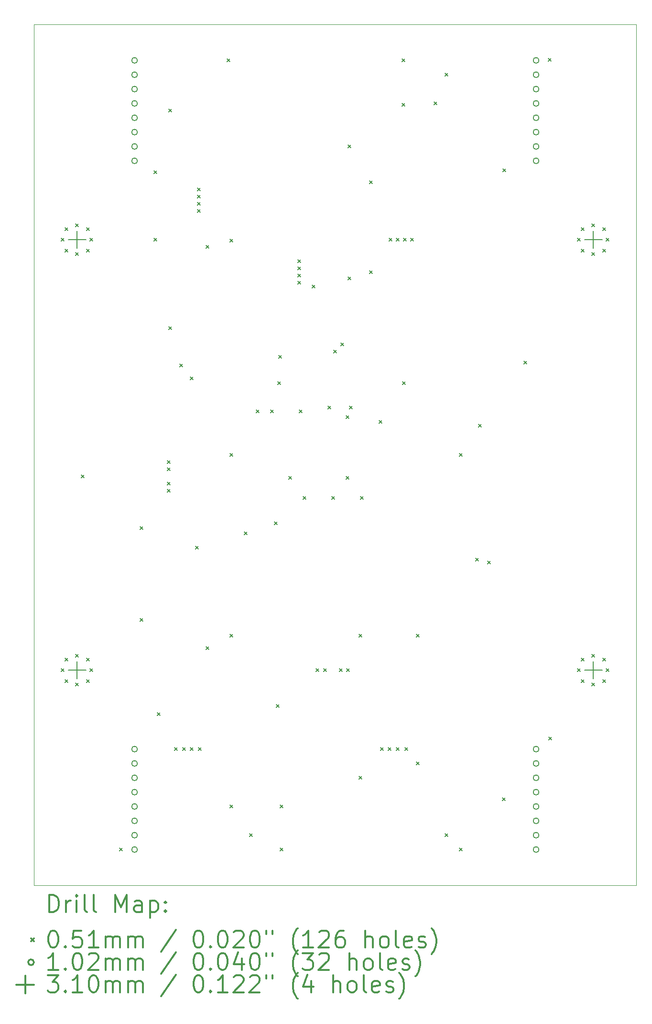
<source format=gbr>
%FSLAX45Y45*%
G04 Gerber Fmt 4.5, Leading zero omitted, Abs format (unit mm)*
G04 Created by KiCad (PCBNEW (2015-01-16 BZR 5376)-product) date 3/22/2015 17:45:10*
%MOMM*%
G01*
G04 APERTURE LIST*
%ADD10C,0.127000*%
%ADD11C,0.100000*%
%ADD12C,0.200000*%
%ADD13C,0.300000*%
G04 APERTURE END LIST*
D10*
D11*
X10668000Y0D02*
X0Y0D01*
X10668000Y15240000D02*
X10668000Y0D01*
X0Y15240000D02*
X10668000Y15240000D01*
X0Y0D02*
X0Y15240000D01*
D12*
X482600Y11455400D02*
X533400Y11404600D01*
X533400Y11455400D02*
X482600Y11404600D01*
X482600Y3835400D02*
X533400Y3784600D01*
X533400Y3835400D02*
X482600Y3784600D01*
X546100Y11645900D02*
X596900Y11595100D01*
X596900Y11645900D02*
X546100Y11595100D01*
X546100Y11264900D02*
X596900Y11214100D01*
X596900Y11264900D02*
X546100Y11214100D01*
X546100Y4025900D02*
X596900Y3975100D01*
X596900Y4025900D02*
X546100Y3975100D01*
X546100Y3644900D02*
X596900Y3594100D01*
X596900Y3644900D02*
X546100Y3594100D01*
X736600Y11709400D02*
X787400Y11658600D01*
X787400Y11709400D02*
X736600Y11658600D01*
X736600Y11201400D02*
X787400Y11150600D01*
X787400Y11201400D02*
X736600Y11150600D01*
X736600Y4089400D02*
X787400Y4038600D01*
X787400Y4089400D02*
X736600Y4038600D01*
X736600Y3581400D02*
X787400Y3530600D01*
X787400Y3581400D02*
X736600Y3530600D01*
X838200Y7264400D02*
X889000Y7213600D01*
X889000Y7264400D02*
X838200Y7213600D01*
X927100Y11645900D02*
X977900Y11595100D01*
X977900Y11645900D02*
X927100Y11595100D01*
X927100Y11264900D02*
X977900Y11214100D01*
X977900Y11264900D02*
X927100Y11214100D01*
X927100Y4025900D02*
X977900Y3975100D01*
X977900Y4025900D02*
X927100Y3975100D01*
X927100Y3644900D02*
X977900Y3594100D01*
X977900Y3644900D02*
X927100Y3594100D01*
X990600Y11455400D02*
X1041400Y11404600D01*
X1041400Y11455400D02*
X990600Y11404600D01*
X990600Y3835400D02*
X1041400Y3784600D01*
X1041400Y3835400D02*
X990600Y3784600D01*
X1511300Y660400D02*
X1562100Y609600D01*
X1562100Y660400D02*
X1511300Y609600D01*
X1879600Y6354263D02*
X1930400Y6303463D01*
X1930400Y6354263D02*
X1879600Y6303463D01*
X1879600Y4724400D02*
X1930400Y4673600D01*
X1930400Y4724400D02*
X1879600Y4673600D01*
X2120900Y12649200D02*
X2171700Y12598400D01*
X2171700Y12649200D02*
X2120900Y12598400D01*
X2120900Y11455400D02*
X2171700Y11404600D01*
X2171700Y11455400D02*
X2120900Y11404600D01*
X2183090Y3059390D02*
X2233890Y3008590D01*
X2233890Y3059390D02*
X2183090Y3008590D01*
X2362200Y7518400D02*
X2413000Y7467600D01*
X2413000Y7518400D02*
X2362200Y7467600D01*
X2362200Y7391400D02*
X2413000Y7340600D01*
X2413000Y7391400D02*
X2362200Y7340600D01*
X2362200Y7137400D02*
X2413000Y7086600D01*
X2413000Y7137400D02*
X2362200Y7086600D01*
X2362200Y7010400D02*
X2413000Y6959600D01*
X2413000Y7010400D02*
X2362200Y6959600D01*
X2387600Y13741400D02*
X2438400Y13690600D01*
X2438400Y13741400D02*
X2387600Y13690600D01*
X2387600Y9893300D02*
X2438400Y9842500D01*
X2438400Y9893300D02*
X2387600Y9842500D01*
X2489200Y2438400D02*
X2540000Y2387600D01*
X2540000Y2438400D02*
X2489200Y2387600D01*
X2578100Y9232900D02*
X2628900Y9182100D01*
X2628900Y9232900D02*
X2578100Y9182100D01*
X2628900Y2438400D02*
X2679700Y2387600D01*
X2679700Y2438400D02*
X2628900Y2387600D01*
X2768600Y9004300D02*
X2819400Y8953500D01*
X2819400Y9004300D02*
X2768600Y8953500D01*
X2768600Y2438400D02*
X2819400Y2387600D01*
X2819400Y2438400D02*
X2768600Y2387600D01*
X2857500Y6007100D02*
X2908300Y5956300D01*
X2908300Y6007100D02*
X2857500Y5956300D01*
X2895600Y12344400D02*
X2946400Y12293600D01*
X2946400Y12344400D02*
X2895600Y12293600D01*
X2895600Y12217400D02*
X2946400Y12166600D01*
X2946400Y12217400D02*
X2895600Y12166600D01*
X2895600Y12090400D02*
X2946400Y12039600D01*
X2946400Y12090400D02*
X2895600Y12039600D01*
X2895600Y11963400D02*
X2946400Y11912600D01*
X2946400Y11963400D02*
X2895600Y11912600D01*
X2908300Y2438400D02*
X2959100Y2387600D01*
X2959100Y2438400D02*
X2908300Y2387600D01*
X3048000Y11328400D02*
X3098800Y11277600D01*
X3098800Y11328400D02*
X3048000Y11277600D01*
X3048000Y4229100D02*
X3098800Y4178300D01*
X3098800Y4229100D02*
X3048000Y4178300D01*
X3416300Y14630400D02*
X3467100Y14579600D01*
X3467100Y14630400D02*
X3416300Y14579600D01*
X3467100Y11442700D02*
X3517900Y11391900D01*
X3517900Y11442700D02*
X3467100Y11391900D01*
X3467100Y7645400D02*
X3517900Y7594600D01*
X3517900Y7645400D02*
X3467100Y7594600D01*
X3467100Y4445000D02*
X3517900Y4394200D01*
X3517900Y4445000D02*
X3467100Y4394200D01*
X3467100Y1422400D02*
X3517900Y1371600D01*
X3517900Y1422400D02*
X3467100Y1371600D01*
X3721100Y6261100D02*
X3771900Y6210300D01*
X3771900Y6261100D02*
X3721100Y6210300D01*
X3813652Y914400D02*
X3864452Y863600D01*
X3864452Y914400D02*
X3813652Y863600D01*
X3937000Y8420100D02*
X3987800Y8369300D01*
X3987800Y8420100D02*
X3937000Y8369300D01*
X4191000Y8420100D02*
X4241800Y8369300D01*
X4241800Y8420100D02*
X4191000Y8369300D01*
X4254500Y6438900D02*
X4305300Y6388100D01*
X4305300Y6438900D02*
X4254500Y6388100D01*
X4292600Y3200400D02*
X4343400Y3149600D01*
X4343400Y3200400D02*
X4292600Y3149600D01*
X4318000Y8915400D02*
X4368800Y8864600D01*
X4368800Y8915400D02*
X4318000Y8864600D01*
X4330700Y9385300D02*
X4381500Y9334500D01*
X4381500Y9385300D02*
X4330700Y9334500D01*
X4356100Y1422400D02*
X4406900Y1371600D01*
X4406900Y1422400D02*
X4356100Y1371600D01*
X4356100Y660400D02*
X4406900Y609600D01*
X4406900Y660400D02*
X4356100Y609600D01*
X4508500Y7239000D02*
X4559300Y7188200D01*
X4559300Y7239000D02*
X4508500Y7188200D01*
X4673600Y11074400D02*
X4724400Y11023600D01*
X4724400Y11074400D02*
X4673600Y11023600D01*
X4673600Y10947400D02*
X4724400Y10896600D01*
X4724400Y10947400D02*
X4673600Y10896600D01*
X4673600Y10820400D02*
X4724400Y10769600D01*
X4724400Y10820400D02*
X4673600Y10769600D01*
X4673600Y10693400D02*
X4724400Y10642600D01*
X4724400Y10693400D02*
X4673600Y10642600D01*
X4699000Y8420100D02*
X4749800Y8369300D01*
X4749800Y8420100D02*
X4699000Y8369300D01*
X4762500Y6883400D02*
X4813300Y6832600D01*
X4813300Y6883400D02*
X4762500Y6832600D01*
X4927600Y10629900D02*
X4978400Y10579100D01*
X4978400Y10629900D02*
X4927600Y10579100D01*
X4991100Y3835400D02*
X5041900Y3784600D01*
X5041900Y3835400D02*
X4991100Y3784600D01*
X5130800Y3835400D02*
X5181600Y3784600D01*
X5181600Y3835400D02*
X5130800Y3784600D01*
X5207000Y8483600D02*
X5257800Y8432800D01*
X5257800Y8483600D02*
X5207000Y8432800D01*
X5270500Y6883400D02*
X5321300Y6832600D01*
X5321300Y6883400D02*
X5270500Y6832600D01*
X5308600Y9474200D02*
X5359400Y9423400D01*
X5359400Y9474200D02*
X5308600Y9423400D01*
X5410200Y3835400D02*
X5461000Y3784600D01*
X5461000Y3835400D02*
X5410200Y3784600D01*
X5435600Y9601200D02*
X5486400Y9550400D01*
X5486400Y9601200D02*
X5435600Y9550400D01*
X5524500Y8318500D02*
X5575300Y8267700D01*
X5575300Y8318500D02*
X5524500Y8267700D01*
X5524500Y7239000D02*
X5575300Y7188200D01*
X5575300Y7239000D02*
X5524500Y7188200D01*
X5537200Y3835400D02*
X5588000Y3784600D01*
X5588000Y3835400D02*
X5537200Y3784600D01*
X5562600Y13106400D02*
X5613400Y13055600D01*
X5613400Y13106400D02*
X5562600Y13055600D01*
X5562600Y10769600D02*
X5613400Y10718800D01*
X5613400Y10769600D02*
X5562600Y10718800D01*
X5588000Y8483600D02*
X5638800Y8432800D01*
X5638800Y8483600D02*
X5588000Y8432800D01*
X5753100Y4445000D02*
X5803900Y4394200D01*
X5803900Y4445000D02*
X5753100Y4394200D01*
X5753100Y1930400D02*
X5803900Y1879600D01*
X5803900Y1930400D02*
X5753100Y1879600D01*
X5778500Y6883400D02*
X5829300Y6832600D01*
X5829300Y6883400D02*
X5778500Y6832600D01*
X5943600Y12471400D02*
X5994400Y12420600D01*
X5994400Y12471400D02*
X5943600Y12420600D01*
X5943600Y10883900D02*
X5994400Y10833100D01*
X5994400Y10883900D02*
X5943600Y10833100D01*
X6108700Y8229600D02*
X6159500Y8178800D01*
X6159500Y8229600D02*
X6108700Y8178800D01*
X6134100Y2438400D02*
X6184900Y2387600D01*
X6184900Y2438400D02*
X6134100Y2387600D01*
X6273800Y2438400D02*
X6324600Y2387600D01*
X6324600Y2438400D02*
X6273800Y2387600D01*
X6286500Y11455400D02*
X6337300Y11404600D01*
X6337300Y11455400D02*
X6286500Y11404600D01*
X6413500Y11455400D02*
X6464300Y11404600D01*
X6464300Y11455400D02*
X6413500Y11404600D01*
X6413500Y2438400D02*
X6464300Y2387600D01*
X6464300Y2438400D02*
X6413500Y2387600D01*
X6515100Y14630400D02*
X6565900Y14579600D01*
X6565900Y14630400D02*
X6515100Y14579600D01*
X6515100Y13843000D02*
X6565900Y13792200D01*
X6565900Y13843000D02*
X6515100Y13792200D01*
X6527800Y8915400D02*
X6578600Y8864600D01*
X6578600Y8915400D02*
X6527800Y8864600D01*
X6540500Y11455400D02*
X6591300Y11404600D01*
X6591300Y11455400D02*
X6540500Y11404600D01*
X6565900Y2438400D02*
X6616700Y2387600D01*
X6616700Y2438400D02*
X6565900Y2387600D01*
X6667500Y11455400D02*
X6718300Y11404600D01*
X6718300Y11455400D02*
X6667500Y11404600D01*
X6769100Y4445000D02*
X6819900Y4394200D01*
X6819900Y4445000D02*
X6769100Y4394200D01*
X6769100Y2184400D02*
X6819900Y2133600D01*
X6819900Y2184400D02*
X6769100Y2133600D01*
X7086600Y13868400D02*
X7137400Y13817600D01*
X7137400Y13868400D02*
X7086600Y13817600D01*
X7277100Y14376400D02*
X7327900Y14325600D01*
X7327900Y14376400D02*
X7277100Y14325600D01*
X7277100Y914400D02*
X7327900Y863600D01*
X7327900Y914400D02*
X7277100Y863600D01*
X7531100Y7645400D02*
X7581900Y7594600D01*
X7581900Y7645400D02*
X7531100Y7594600D01*
X7531100Y660400D02*
X7581900Y609600D01*
X7581900Y660400D02*
X7531100Y609600D01*
X7823200Y5791200D02*
X7874000Y5740400D01*
X7874000Y5791200D02*
X7823200Y5740400D01*
X7874000Y8166100D02*
X7924800Y8115300D01*
X7924800Y8166100D02*
X7874000Y8115300D01*
X8031482Y5741163D02*
X8082282Y5690363D01*
X8082282Y5741163D02*
X8031482Y5690363D01*
X8293100Y1549400D02*
X8343900Y1498600D01*
X8343900Y1549400D02*
X8293100Y1498600D01*
X8305800Y12687300D02*
X8356600Y12636500D01*
X8356600Y12687300D02*
X8305800Y12636500D01*
X8674100Y9283700D02*
X8724900Y9232900D01*
X8724900Y9283700D02*
X8674100Y9232900D01*
X9105900Y14643100D02*
X9156700Y14592300D01*
X9156700Y14643100D02*
X9105900Y14592300D01*
X9118600Y2628900D02*
X9169400Y2578100D01*
X9169400Y2628900D02*
X9118600Y2578100D01*
X9626600Y11455400D02*
X9677400Y11404600D01*
X9677400Y11455400D02*
X9626600Y11404600D01*
X9626600Y3835400D02*
X9677400Y3784600D01*
X9677400Y3835400D02*
X9626600Y3784600D01*
X9690100Y11645900D02*
X9740900Y11595100D01*
X9740900Y11645900D02*
X9690100Y11595100D01*
X9690100Y11264900D02*
X9740900Y11214100D01*
X9740900Y11264900D02*
X9690100Y11214100D01*
X9690100Y4025900D02*
X9740900Y3975100D01*
X9740900Y4025900D02*
X9690100Y3975100D01*
X9690100Y3644900D02*
X9740900Y3594100D01*
X9740900Y3644900D02*
X9690100Y3594100D01*
X9880600Y11709400D02*
X9931400Y11658600D01*
X9931400Y11709400D02*
X9880600Y11658600D01*
X9880600Y11201400D02*
X9931400Y11150600D01*
X9931400Y11201400D02*
X9880600Y11150600D01*
X9880600Y4089400D02*
X9931400Y4038600D01*
X9931400Y4089400D02*
X9880600Y4038600D01*
X9880600Y3581400D02*
X9931400Y3530600D01*
X9931400Y3581400D02*
X9880600Y3530600D01*
X10071100Y11645900D02*
X10121900Y11595100D01*
X10121900Y11645900D02*
X10071100Y11595100D01*
X10071100Y11264900D02*
X10121900Y11214100D01*
X10121900Y11264900D02*
X10071100Y11214100D01*
X10071100Y4025900D02*
X10121900Y3975100D01*
X10121900Y4025900D02*
X10071100Y3975100D01*
X10071100Y3644900D02*
X10121900Y3594100D01*
X10121900Y3644900D02*
X10071100Y3594100D01*
X10134600Y11455400D02*
X10185400Y11404600D01*
X10185400Y11455400D02*
X10134600Y11404600D01*
X10134600Y3835400D02*
X10185400Y3784600D01*
X10185400Y3835400D02*
X10134600Y3784600D01*
X1828800Y14605000D02*
G75*
G03X1828800Y14605000I-50800J0D01*
G01*
X1828800Y14351000D02*
G75*
G03X1828800Y14351000I-50800J0D01*
G01*
X1828800Y14097000D02*
G75*
G03X1828800Y14097000I-50800J0D01*
G01*
X1828800Y13843000D02*
G75*
G03X1828800Y13843000I-50800J0D01*
G01*
X1828800Y13589000D02*
G75*
G03X1828800Y13589000I-50800J0D01*
G01*
X1828800Y13335000D02*
G75*
G03X1828800Y13335000I-50800J0D01*
G01*
X1828800Y13081000D02*
G75*
G03X1828800Y13081000I-50800J0D01*
G01*
X1828800Y12827000D02*
G75*
G03X1828800Y12827000I-50800J0D01*
G01*
X1828800Y2413000D02*
G75*
G03X1828800Y2413000I-50800J0D01*
G01*
X1828800Y2159000D02*
G75*
G03X1828800Y2159000I-50800J0D01*
G01*
X1828800Y1905000D02*
G75*
G03X1828800Y1905000I-50800J0D01*
G01*
X1828800Y1651000D02*
G75*
G03X1828800Y1651000I-50800J0D01*
G01*
X1828800Y1397000D02*
G75*
G03X1828800Y1397000I-50800J0D01*
G01*
X1828800Y1143000D02*
G75*
G03X1828800Y1143000I-50800J0D01*
G01*
X1828800Y889000D02*
G75*
G03X1828800Y889000I-50800J0D01*
G01*
X1828800Y635000D02*
G75*
G03X1828800Y635000I-50800J0D01*
G01*
X8940800Y14605000D02*
G75*
G03X8940800Y14605000I-50800J0D01*
G01*
X8940800Y14351000D02*
G75*
G03X8940800Y14351000I-50800J0D01*
G01*
X8940800Y14097000D02*
G75*
G03X8940800Y14097000I-50800J0D01*
G01*
X8940800Y13843000D02*
G75*
G03X8940800Y13843000I-50800J0D01*
G01*
X8940800Y13589000D02*
G75*
G03X8940800Y13589000I-50800J0D01*
G01*
X8940800Y13335000D02*
G75*
G03X8940800Y13335000I-50800J0D01*
G01*
X8940800Y13081000D02*
G75*
G03X8940800Y13081000I-50800J0D01*
G01*
X8940800Y12827000D02*
G75*
G03X8940800Y12827000I-50800J0D01*
G01*
X8940800Y2413000D02*
G75*
G03X8940800Y2413000I-50800J0D01*
G01*
X8940800Y2159000D02*
G75*
G03X8940800Y2159000I-50800J0D01*
G01*
X8940800Y1905000D02*
G75*
G03X8940800Y1905000I-50800J0D01*
G01*
X8940800Y1651000D02*
G75*
G03X8940800Y1651000I-50800J0D01*
G01*
X8940800Y1397000D02*
G75*
G03X8940800Y1397000I-50800J0D01*
G01*
X8940800Y1143000D02*
G75*
G03X8940800Y1143000I-50800J0D01*
G01*
X8940800Y889000D02*
G75*
G03X8940800Y889000I-50800J0D01*
G01*
X8940800Y635000D02*
G75*
G03X8940800Y635000I-50800J0D01*
G01*
X762000Y11585000D02*
X762000Y11275000D01*
X607000Y11430000D02*
X917000Y11430000D01*
X762000Y3965000D02*
X762000Y3655000D01*
X607000Y3810000D02*
X917000Y3810000D01*
X9906000Y11585000D02*
X9906000Y11275000D01*
X9751000Y11430000D02*
X10061000Y11430000D01*
X9906000Y3965000D02*
X9906000Y3655000D01*
X9751000Y3810000D02*
X10061000Y3810000D01*
D13*
X266429Y-470714D02*
X266429Y-170714D01*
X337857Y-170714D01*
X380714Y-185000D01*
X409286Y-213571D01*
X423571Y-242143D01*
X437857Y-299286D01*
X437857Y-342143D01*
X423571Y-399286D01*
X409286Y-427857D01*
X380714Y-456429D01*
X337857Y-470714D01*
X266429Y-470714D01*
X566429Y-470714D02*
X566429Y-270714D01*
X566429Y-327857D02*
X580714Y-299286D01*
X595000Y-285000D01*
X623571Y-270714D01*
X652143Y-270714D01*
X752143Y-470714D02*
X752143Y-270714D01*
X752143Y-170714D02*
X737857Y-185000D01*
X752143Y-199286D01*
X766428Y-185000D01*
X752143Y-170714D01*
X752143Y-199286D01*
X937857Y-470714D02*
X909286Y-456429D01*
X895000Y-427857D01*
X895000Y-170714D01*
X1095000Y-470714D02*
X1066429Y-456429D01*
X1052143Y-427857D01*
X1052143Y-170714D01*
X1437857Y-470714D02*
X1437857Y-170714D01*
X1537857Y-385000D01*
X1637857Y-170714D01*
X1637857Y-470714D01*
X1909286Y-470714D02*
X1909286Y-313572D01*
X1895000Y-285000D01*
X1866428Y-270714D01*
X1809286Y-270714D01*
X1780714Y-285000D01*
X1909286Y-456429D02*
X1880714Y-470714D01*
X1809286Y-470714D01*
X1780714Y-456429D01*
X1766428Y-427857D01*
X1766428Y-399286D01*
X1780714Y-370714D01*
X1809286Y-356429D01*
X1880714Y-356429D01*
X1909286Y-342143D01*
X2052143Y-270714D02*
X2052143Y-570714D01*
X2052143Y-285000D02*
X2080714Y-270714D01*
X2137857Y-270714D01*
X2166429Y-285000D01*
X2180714Y-299286D01*
X2195000Y-327857D01*
X2195000Y-413571D01*
X2180714Y-442143D01*
X2166429Y-456429D01*
X2137857Y-470714D01*
X2080714Y-470714D01*
X2052143Y-456429D01*
X2323571Y-442143D02*
X2337857Y-456429D01*
X2323571Y-470714D01*
X2309286Y-456429D01*
X2323571Y-442143D01*
X2323571Y-470714D01*
X2323571Y-285000D02*
X2337857Y-299286D01*
X2323571Y-313572D01*
X2309286Y-299286D01*
X2323571Y-285000D01*
X2323571Y-313572D01*
X-55800Y-939600D02*
X-5000Y-990400D01*
X-5000Y-939600D02*
X-55800Y-990400D01*
X323571Y-800714D02*
X352143Y-800714D01*
X380714Y-815000D01*
X395000Y-829286D01*
X409286Y-857857D01*
X423571Y-915000D01*
X423571Y-986429D01*
X409286Y-1043571D01*
X395000Y-1072143D01*
X380714Y-1086429D01*
X352143Y-1100714D01*
X323571Y-1100714D01*
X295000Y-1086429D01*
X280714Y-1072143D01*
X266429Y-1043571D01*
X252143Y-986429D01*
X252143Y-915000D01*
X266429Y-857857D01*
X280714Y-829286D01*
X295000Y-815000D01*
X323571Y-800714D01*
X552143Y-1072143D02*
X566429Y-1086429D01*
X552143Y-1100714D01*
X537857Y-1086429D01*
X552143Y-1072143D01*
X552143Y-1100714D01*
X837857Y-800714D02*
X695000Y-800714D01*
X680714Y-943571D01*
X695000Y-929286D01*
X723571Y-915000D01*
X795000Y-915000D01*
X823571Y-929286D01*
X837857Y-943571D01*
X852143Y-972143D01*
X852143Y-1043571D01*
X837857Y-1072143D01*
X823571Y-1086429D01*
X795000Y-1100714D01*
X723571Y-1100714D01*
X695000Y-1086429D01*
X680714Y-1072143D01*
X1137857Y-1100714D02*
X966428Y-1100714D01*
X1052143Y-1100714D02*
X1052143Y-800714D01*
X1023571Y-843571D01*
X995000Y-872143D01*
X966428Y-886429D01*
X1266429Y-1100714D02*
X1266429Y-900714D01*
X1266429Y-929286D02*
X1280714Y-915000D01*
X1309286Y-900714D01*
X1352143Y-900714D01*
X1380714Y-915000D01*
X1395000Y-943571D01*
X1395000Y-1100714D01*
X1395000Y-943571D02*
X1409286Y-915000D01*
X1437857Y-900714D01*
X1480714Y-900714D01*
X1509286Y-915000D01*
X1523571Y-943571D01*
X1523571Y-1100714D01*
X1666428Y-1100714D02*
X1666428Y-900714D01*
X1666428Y-929286D02*
X1680714Y-915000D01*
X1709286Y-900714D01*
X1752143Y-900714D01*
X1780714Y-915000D01*
X1795000Y-943571D01*
X1795000Y-1100714D01*
X1795000Y-943571D02*
X1809286Y-915000D01*
X1837857Y-900714D01*
X1880714Y-900714D01*
X1909286Y-915000D01*
X1923571Y-943571D01*
X1923571Y-1100714D01*
X2509286Y-786429D02*
X2252143Y-1172143D01*
X2895000Y-800714D02*
X2923571Y-800714D01*
X2952143Y-815000D01*
X2966428Y-829286D01*
X2980714Y-857857D01*
X2995000Y-915000D01*
X2995000Y-986429D01*
X2980714Y-1043571D01*
X2966428Y-1072143D01*
X2952143Y-1086429D01*
X2923571Y-1100714D01*
X2895000Y-1100714D01*
X2866428Y-1086429D01*
X2852143Y-1072143D01*
X2837857Y-1043571D01*
X2823571Y-986429D01*
X2823571Y-915000D01*
X2837857Y-857857D01*
X2852143Y-829286D01*
X2866428Y-815000D01*
X2895000Y-800714D01*
X3123571Y-1072143D02*
X3137857Y-1086429D01*
X3123571Y-1100714D01*
X3109286Y-1086429D01*
X3123571Y-1072143D01*
X3123571Y-1100714D01*
X3323571Y-800714D02*
X3352143Y-800714D01*
X3380714Y-815000D01*
X3395000Y-829286D01*
X3409285Y-857857D01*
X3423571Y-915000D01*
X3423571Y-986429D01*
X3409285Y-1043571D01*
X3395000Y-1072143D01*
X3380714Y-1086429D01*
X3352143Y-1100714D01*
X3323571Y-1100714D01*
X3295000Y-1086429D01*
X3280714Y-1072143D01*
X3266428Y-1043571D01*
X3252143Y-986429D01*
X3252143Y-915000D01*
X3266428Y-857857D01*
X3280714Y-829286D01*
X3295000Y-815000D01*
X3323571Y-800714D01*
X3537857Y-829286D02*
X3552143Y-815000D01*
X3580714Y-800714D01*
X3652143Y-800714D01*
X3680714Y-815000D01*
X3695000Y-829286D01*
X3709285Y-857857D01*
X3709285Y-886429D01*
X3695000Y-929286D01*
X3523571Y-1100714D01*
X3709285Y-1100714D01*
X3895000Y-800714D02*
X3923571Y-800714D01*
X3952143Y-815000D01*
X3966428Y-829286D01*
X3980714Y-857857D01*
X3995000Y-915000D01*
X3995000Y-986429D01*
X3980714Y-1043571D01*
X3966428Y-1072143D01*
X3952143Y-1086429D01*
X3923571Y-1100714D01*
X3895000Y-1100714D01*
X3866428Y-1086429D01*
X3852143Y-1072143D01*
X3837857Y-1043571D01*
X3823571Y-986429D01*
X3823571Y-915000D01*
X3837857Y-857857D01*
X3852143Y-829286D01*
X3866428Y-815000D01*
X3895000Y-800714D01*
X4109286Y-800714D02*
X4109286Y-857857D01*
X4223571Y-800714D02*
X4223571Y-857857D01*
X4666428Y-1215000D02*
X4652143Y-1200714D01*
X4623571Y-1157857D01*
X4609286Y-1129286D01*
X4595000Y-1086429D01*
X4580714Y-1015000D01*
X4580714Y-957857D01*
X4595000Y-886429D01*
X4609286Y-843571D01*
X4623571Y-815000D01*
X4652143Y-772143D01*
X4666428Y-757857D01*
X4937857Y-1100714D02*
X4766428Y-1100714D01*
X4852143Y-1100714D02*
X4852143Y-800714D01*
X4823571Y-843571D01*
X4795000Y-872143D01*
X4766428Y-886429D01*
X5052143Y-829286D02*
X5066428Y-815000D01*
X5095000Y-800714D01*
X5166428Y-800714D01*
X5195000Y-815000D01*
X5209286Y-829286D01*
X5223571Y-857857D01*
X5223571Y-886429D01*
X5209286Y-929286D01*
X5037857Y-1100714D01*
X5223571Y-1100714D01*
X5480714Y-800714D02*
X5423571Y-800714D01*
X5395000Y-815000D01*
X5380714Y-829286D01*
X5352143Y-872143D01*
X5337857Y-929286D01*
X5337857Y-1043571D01*
X5352143Y-1072143D01*
X5366428Y-1086429D01*
X5395000Y-1100714D01*
X5452143Y-1100714D01*
X5480714Y-1086429D01*
X5495000Y-1072143D01*
X5509286Y-1043571D01*
X5509286Y-972143D01*
X5495000Y-943571D01*
X5480714Y-929286D01*
X5452143Y-915000D01*
X5395000Y-915000D01*
X5366428Y-929286D01*
X5352143Y-943571D01*
X5337857Y-972143D01*
X5866428Y-1100714D02*
X5866428Y-800714D01*
X5995000Y-1100714D02*
X5995000Y-943571D01*
X5980714Y-915000D01*
X5952143Y-900714D01*
X5909285Y-900714D01*
X5880714Y-915000D01*
X5866428Y-929286D01*
X6180714Y-1100714D02*
X6152143Y-1086429D01*
X6137857Y-1072143D01*
X6123571Y-1043571D01*
X6123571Y-957857D01*
X6137857Y-929286D01*
X6152143Y-915000D01*
X6180714Y-900714D01*
X6223571Y-900714D01*
X6252143Y-915000D01*
X6266428Y-929286D01*
X6280714Y-957857D01*
X6280714Y-1043571D01*
X6266428Y-1072143D01*
X6252143Y-1086429D01*
X6223571Y-1100714D01*
X6180714Y-1100714D01*
X6452143Y-1100714D02*
X6423571Y-1086429D01*
X6409286Y-1057857D01*
X6409286Y-800714D01*
X6680714Y-1086429D02*
X6652143Y-1100714D01*
X6595000Y-1100714D01*
X6566428Y-1086429D01*
X6552143Y-1057857D01*
X6552143Y-943571D01*
X6566428Y-915000D01*
X6595000Y-900714D01*
X6652143Y-900714D01*
X6680714Y-915000D01*
X6695000Y-943571D01*
X6695000Y-972143D01*
X6552143Y-1000714D01*
X6809286Y-1086429D02*
X6837857Y-1100714D01*
X6895000Y-1100714D01*
X6923571Y-1086429D01*
X6937857Y-1057857D01*
X6937857Y-1043571D01*
X6923571Y-1015000D01*
X6895000Y-1000714D01*
X6852143Y-1000714D01*
X6823571Y-986429D01*
X6809286Y-957857D01*
X6809286Y-943571D01*
X6823571Y-915000D01*
X6852143Y-900714D01*
X6895000Y-900714D01*
X6923571Y-915000D01*
X7037857Y-1215000D02*
X7052143Y-1200714D01*
X7080714Y-1157857D01*
X7095000Y-1129286D01*
X7109286Y-1086429D01*
X7123571Y-1015000D01*
X7123571Y-957857D01*
X7109286Y-886429D01*
X7095000Y-843571D01*
X7080714Y-815000D01*
X7052143Y-772143D01*
X7037857Y-757857D01*
X-5000Y-1361000D02*
G75*
G03X-5000Y-1361000I-50800J0D01*
G01*
X423571Y-1496714D02*
X252143Y-1496714D01*
X337857Y-1496714D02*
X337857Y-1196714D01*
X309286Y-1239572D01*
X280714Y-1268143D01*
X252143Y-1282429D01*
X552143Y-1468143D02*
X566429Y-1482429D01*
X552143Y-1496714D01*
X537857Y-1482429D01*
X552143Y-1468143D01*
X552143Y-1496714D01*
X752143Y-1196714D02*
X780714Y-1196714D01*
X809286Y-1211000D01*
X823571Y-1225286D01*
X837857Y-1253857D01*
X852143Y-1311000D01*
X852143Y-1382429D01*
X837857Y-1439571D01*
X823571Y-1468143D01*
X809286Y-1482429D01*
X780714Y-1496714D01*
X752143Y-1496714D01*
X723571Y-1482429D01*
X709286Y-1468143D01*
X695000Y-1439571D01*
X680714Y-1382429D01*
X680714Y-1311000D01*
X695000Y-1253857D01*
X709286Y-1225286D01*
X723571Y-1211000D01*
X752143Y-1196714D01*
X966428Y-1225286D02*
X980714Y-1211000D01*
X1009286Y-1196714D01*
X1080714Y-1196714D01*
X1109286Y-1211000D01*
X1123571Y-1225286D01*
X1137857Y-1253857D01*
X1137857Y-1282429D01*
X1123571Y-1325286D01*
X952143Y-1496714D01*
X1137857Y-1496714D01*
X1266429Y-1496714D02*
X1266429Y-1296714D01*
X1266429Y-1325286D02*
X1280714Y-1311000D01*
X1309286Y-1296714D01*
X1352143Y-1296714D01*
X1380714Y-1311000D01*
X1395000Y-1339572D01*
X1395000Y-1496714D01*
X1395000Y-1339572D02*
X1409286Y-1311000D01*
X1437857Y-1296714D01*
X1480714Y-1296714D01*
X1509286Y-1311000D01*
X1523571Y-1339572D01*
X1523571Y-1496714D01*
X1666428Y-1496714D02*
X1666428Y-1296714D01*
X1666428Y-1325286D02*
X1680714Y-1311000D01*
X1709286Y-1296714D01*
X1752143Y-1296714D01*
X1780714Y-1311000D01*
X1795000Y-1339572D01*
X1795000Y-1496714D01*
X1795000Y-1339572D02*
X1809286Y-1311000D01*
X1837857Y-1296714D01*
X1880714Y-1296714D01*
X1909286Y-1311000D01*
X1923571Y-1339572D01*
X1923571Y-1496714D01*
X2509286Y-1182429D02*
X2252143Y-1568143D01*
X2895000Y-1196714D02*
X2923571Y-1196714D01*
X2952143Y-1211000D01*
X2966428Y-1225286D01*
X2980714Y-1253857D01*
X2995000Y-1311000D01*
X2995000Y-1382429D01*
X2980714Y-1439571D01*
X2966428Y-1468143D01*
X2952143Y-1482429D01*
X2923571Y-1496714D01*
X2895000Y-1496714D01*
X2866428Y-1482429D01*
X2852143Y-1468143D01*
X2837857Y-1439571D01*
X2823571Y-1382429D01*
X2823571Y-1311000D01*
X2837857Y-1253857D01*
X2852143Y-1225286D01*
X2866428Y-1211000D01*
X2895000Y-1196714D01*
X3123571Y-1468143D02*
X3137857Y-1482429D01*
X3123571Y-1496714D01*
X3109286Y-1482429D01*
X3123571Y-1468143D01*
X3123571Y-1496714D01*
X3323571Y-1196714D02*
X3352143Y-1196714D01*
X3380714Y-1211000D01*
X3395000Y-1225286D01*
X3409285Y-1253857D01*
X3423571Y-1311000D01*
X3423571Y-1382429D01*
X3409285Y-1439571D01*
X3395000Y-1468143D01*
X3380714Y-1482429D01*
X3352143Y-1496714D01*
X3323571Y-1496714D01*
X3295000Y-1482429D01*
X3280714Y-1468143D01*
X3266428Y-1439571D01*
X3252143Y-1382429D01*
X3252143Y-1311000D01*
X3266428Y-1253857D01*
X3280714Y-1225286D01*
X3295000Y-1211000D01*
X3323571Y-1196714D01*
X3680714Y-1296714D02*
X3680714Y-1496714D01*
X3609285Y-1182429D02*
X3537857Y-1396714D01*
X3723571Y-1396714D01*
X3895000Y-1196714D02*
X3923571Y-1196714D01*
X3952143Y-1211000D01*
X3966428Y-1225286D01*
X3980714Y-1253857D01*
X3995000Y-1311000D01*
X3995000Y-1382429D01*
X3980714Y-1439571D01*
X3966428Y-1468143D01*
X3952143Y-1482429D01*
X3923571Y-1496714D01*
X3895000Y-1496714D01*
X3866428Y-1482429D01*
X3852143Y-1468143D01*
X3837857Y-1439571D01*
X3823571Y-1382429D01*
X3823571Y-1311000D01*
X3837857Y-1253857D01*
X3852143Y-1225286D01*
X3866428Y-1211000D01*
X3895000Y-1196714D01*
X4109286Y-1196714D02*
X4109286Y-1253857D01*
X4223571Y-1196714D02*
X4223571Y-1253857D01*
X4666428Y-1611000D02*
X4652143Y-1596714D01*
X4623571Y-1553857D01*
X4609286Y-1525286D01*
X4595000Y-1482429D01*
X4580714Y-1411000D01*
X4580714Y-1353857D01*
X4595000Y-1282429D01*
X4609286Y-1239572D01*
X4623571Y-1211000D01*
X4652143Y-1168143D01*
X4666428Y-1153857D01*
X4752143Y-1196714D02*
X4937857Y-1196714D01*
X4837857Y-1311000D01*
X4880714Y-1311000D01*
X4909286Y-1325286D01*
X4923571Y-1339572D01*
X4937857Y-1368143D01*
X4937857Y-1439571D01*
X4923571Y-1468143D01*
X4909286Y-1482429D01*
X4880714Y-1496714D01*
X4795000Y-1496714D01*
X4766428Y-1482429D01*
X4752143Y-1468143D01*
X5052143Y-1225286D02*
X5066428Y-1211000D01*
X5095000Y-1196714D01*
X5166428Y-1196714D01*
X5195000Y-1211000D01*
X5209286Y-1225286D01*
X5223571Y-1253857D01*
X5223571Y-1282429D01*
X5209286Y-1325286D01*
X5037857Y-1496714D01*
X5223571Y-1496714D01*
X5580714Y-1496714D02*
X5580714Y-1196714D01*
X5709285Y-1496714D02*
X5709285Y-1339572D01*
X5695000Y-1311000D01*
X5666428Y-1296714D01*
X5623571Y-1296714D01*
X5595000Y-1311000D01*
X5580714Y-1325286D01*
X5895000Y-1496714D02*
X5866428Y-1482429D01*
X5852143Y-1468143D01*
X5837857Y-1439571D01*
X5837857Y-1353857D01*
X5852143Y-1325286D01*
X5866428Y-1311000D01*
X5895000Y-1296714D01*
X5937857Y-1296714D01*
X5966428Y-1311000D01*
X5980714Y-1325286D01*
X5995000Y-1353857D01*
X5995000Y-1439571D01*
X5980714Y-1468143D01*
X5966428Y-1482429D01*
X5937857Y-1496714D01*
X5895000Y-1496714D01*
X6166428Y-1496714D02*
X6137857Y-1482429D01*
X6123571Y-1453857D01*
X6123571Y-1196714D01*
X6395000Y-1482429D02*
X6366428Y-1496714D01*
X6309286Y-1496714D01*
X6280714Y-1482429D01*
X6266428Y-1453857D01*
X6266428Y-1339572D01*
X6280714Y-1311000D01*
X6309286Y-1296714D01*
X6366428Y-1296714D01*
X6395000Y-1311000D01*
X6409286Y-1339572D01*
X6409286Y-1368143D01*
X6266428Y-1396714D01*
X6523571Y-1482429D02*
X6552143Y-1496714D01*
X6609286Y-1496714D01*
X6637857Y-1482429D01*
X6652143Y-1453857D01*
X6652143Y-1439571D01*
X6637857Y-1411000D01*
X6609286Y-1396714D01*
X6566428Y-1396714D01*
X6537857Y-1382429D01*
X6523571Y-1353857D01*
X6523571Y-1339572D01*
X6537857Y-1311000D01*
X6566428Y-1296714D01*
X6609286Y-1296714D01*
X6637857Y-1311000D01*
X6752143Y-1611000D02*
X6766428Y-1596714D01*
X6795000Y-1553857D01*
X6809286Y-1525286D01*
X6823571Y-1482429D01*
X6837857Y-1411000D01*
X6837857Y-1353857D01*
X6823571Y-1282429D01*
X6809286Y-1239572D01*
X6795000Y-1211000D01*
X6766428Y-1168143D01*
X6752143Y-1153857D01*
X-160000Y-1602000D02*
X-160000Y-1912000D01*
X-315000Y-1757000D02*
X-5000Y-1757000D01*
X237857Y-1592714D02*
X423571Y-1592714D01*
X323571Y-1707000D01*
X366428Y-1707000D01*
X395000Y-1721286D01*
X409286Y-1735571D01*
X423571Y-1764143D01*
X423571Y-1835571D01*
X409286Y-1864143D01*
X395000Y-1878429D01*
X366428Y-1892714D01*
X280714Y-1892714D01*
X252143Y-1878429D01*
X237857Y-1864143D01*
X552143Y-1864143D02*
X566429Y-1878429D01*
X552143Y-1892714D01*
X537857Y-1878429D01*
X552143Y-1864143D01*
X552143Y-1892714D01*
X852143Y-1892714D02*
X680714Y-1892714D01*
X766428Y-1892714D02*
X766428Y-1592714D01*
X737857Y-1635571D01*
X709286Y-1664143D01*
X680714Y-1678429D01*
X1037857Y-1592714D02*
X1066429Y-1592714D01*
X1095000Y-1607000D01*
X1109286Y-1621286D01*
X1123571Y-1649857D01*
X1137857Y-1707000D01*
X1137857Y-1778429D01*
X1123571Y-1835571D01*
X1109286Y-1864143D01*
X1095000Y-1878429D01*
X1066429Y-1892714D01*
X1037857Y-1892714D01*
X1009286Y-1878429D01*
X995000Y-1864143D01*
X980714Y-1835571D01*
X966428Y-1778429D01*
X966428Y-1707000D01*
X980714Y-1649857D01*
X995000Y-1621286D01*
X1009286Y-1607000D01*
X1037857Y-1592714D01*
X1266429Y-1892714D02*
X1266429Y-1692714D01*
X1266429Y-1721286D02*
X1280714Y-1707000D01*
X1309286Y-1692714D01*
X1352143Y-1692714D01*
X1380714Y-1707000D01*
X1395000Y-1735571D01*
X1395000Y-1892714D01*
X1395000Y-1735571D02*
X1409286Y-1707000D01*
X1437857Y-1692714D01*
X1480714Y-1692714D01*
X1509286Y-1707000D01*
X1523571Y-1735571D01*
X1523571Y-1892714D01*
X1666428Y-1892714D02*
X1666428Y-1692714D01*
X1666428Y-1721286D02*
X1680714Y-1707000D01*
X1709286Y-1692714D01*
X1752143Y-1692714D01*
X1780714Y-1707000D01*
X1795000Y-1735571D01*
X1795000Y-1892714D01*
X1795000Y-1735571D02*
X1809286Y-1707000D01*
X1837857Y-1692714D01*
X1880714Y-1692714D01*
X1909286Y-1707000D01*
X1923571Y-1735571D01*
X1923571Y-1892714D01*
X2509286Y-1578429D02*
X2252143Y-1964143D01*
X2895000Y-1592714D02*
X2923571Y-1592714D01*
X2952143Y-1607000D01*
X2966428Y-1621286D01*
X2980714Y-1649857D01*
X2995000Y-1707000D01*
X2995000Y-1778429D01*
X2980714Y-1835571D01*
X2966428Y-1864143D01*
X2952143Y-1878429D01*
X2923571Y-1892714D01*
X2895000Y-1892714D01*
X2866428Y-1878429D01*
X2852143Y-1864143D01*
X2837857Y-1835571D01*
X2823571Y-1778429D01*
X2823571Y-1707000D01*
X2837857Y-1649857D01*
X2852143Y-1621286D01*
X2866428Y-1607000D01*
X2895000Y-1592714D01*
X3123571Y-1864143D02*
X3137857Y-1878429D01*
X3123571Y-1892714D01*
X3109286Y-1878429D01*
X3123571Y-1864143D01*
X3123571Y-1892714D01*
X3423571Y-1892714D02*
X3252143Y-1892714D01*
X3337857Y-1892714D02*
X3337857Y-1592714D01*
X3309285Y-1635571D01*
X3280714Y-1664143D01*
X3252143Y-1678429D01*
X3537857Y-1621286D02*
X3552143Y-1607000D01*
X3580714Y-1592714D01*
X3652143Y-1592714D01*
X3680714Y-1607000D01*
X3695000Y-1621286D01*
X3709285Y-1649857D01*
X3709285Y-1678429D01*
X3695000Y-1721286D01*
X3523571Y-1892714D01*
X3709285Y-1892714D01*
X3823571Y-1621286D02*
X3837857Y-1607000D01*
X3866428Y-1592714D01*
X3937857Y-1592714D01*
X3966428Y-1607000D01*
X3980714Y-1621286D01*
X3995000Y-1649857D01*
X3995000Y-1678429D01*
X3980714Y-1721286D01*
X3809285Y-1892714D01*
X3995000Y-1892714D01*
X4109286Y-1592714D02*
X4109286Y-1649857D01*
X4223571Y-1592714D02*
X4223571Y-1649857D01*
X4666428Y-2007000D02*
X4652143Y-1992714D01*
X4623571Y-1949857D01*
X4609286Y-1921286D01*
X4595000Y-1878429D01*
X4580714Y-1807000D01*
X4580714Y-1749857D01*
X4595000Y-1678429D01*
X4609286Y-1635571D01*
X4623571Y-1607000D01*
X4652143Y-1564143D01*
X4666428Y-1549857D01*
X4909286Y-1692714D02*
X4909286Y-1892714D01*
X4837857Y-1578429D02*
X4766428Y-1792714D01*
X4952143Y-1792714D01*
X5295000Y-1892714D02*
X5295000Y-1592714D01*
X5423571Y-1892714D02*
X5423571Y-1735571D01*
X5409286Y-1707000D01*
X5380714Y-1692714D01*
X5337857Y-1692714D01*
X5309286Y-1707000D01*
X5295000Y-1721286D01*
X5609285Y-1892714D02*
X5580714Y-1878429D01*
X5566428Y-1864143D01*
X5552143Y-1835571D01*
X5552143Y-1749857D01*
X5566428Y-1721286D01*
X5580714Y-1707000D01*
X5609285Y-1692714D01*
X5652143Y-1692714D01*
X5680714Y-1707000D01*
X5695000Y-1721286D01*
X5709285Y-1749857D01*
X5709285Y-1835571D01*
X5695000Y-1864143D01*
X5680714Y-1878429D01*
X5652143Y-1892714D01*
X5609285Y-1892714D01*
X5880714Y-1892714D02*
X5852143Y-1878429D01*
X5837857Y-1849857D01*
X5837857Y-1592714D01*
X6109286Y-1878429D02*
X6080714Y-1892714D01*
X6023571Y-1892714D01*
X5995000Y-1878429D01*
X5980714Y-1849857D01*
X5980714Y-1735571D01*
X5995000Y-1707000D01*
X6023571Y-1692714D01*
X6080714Y-1692714D01*
X6109286Y-1707000D01*
X6123571Y-1735571D01*
X6123571Y-1764143D01*
X5980714Y-1792714D01*
X6237857Y-1878429D02*
X6266428Y-1892714D01*
X6323571Y-1892714D01*
X6352143Y-1878429D01*
X6366428Y-1849857D01*
X6366428Y-1835571D01*
X6352143Y-1807000D01*
X6323571Y-1792714D01*
X6280714Y-1792714D01*
X6252143Y-1778429D01*
X6237857Y-1749857D01*
X6237857Y-1735571D01*
X6252143Y-1707000D01*
X6280714Y-1692714D01*
X6323571Y-1692714D01*
X6352143Y-1707000D01*
X6466428Y-2007000D02*
X6480714Y-1992714D01*
X6509286Y-1949857D01*
X6523571Y-1921286D01*
X6537857Y-1878429D01*
X6552143Y-1807000D01*
X6552143Y-1749857D01*
X6537857Y-1678429D01*
X6523571Y-1635571D01*
X6509286Y-1607000D01*
X6480714Y-1564143D01*
X6466428Y-1549857D01*
M02*

</source>
